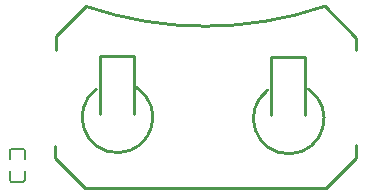
<source format=gbo>
G04*
G04 #@! TF.GenerationSoftware,Altium Limited,Altium Designer,23.5.1 (21)*
G04*
G04 Layer_Color=32896*
%FSLAX25Y25*%
%MOIN*%
G70*
G04*
G04 #@! TF.SameCoordinates,F3818A2F-99DD-4422-A772-264FF04CB145*
G04*
G04*
G04 #@! TF.FilePolarity,Positive*
G04*
G01*
G75*
%ADD54C,0.01000*%
%ADD55C,0.00600*%
%ADD67C,0.00598*%
D54*
X135697Y140736D02*
G03*
X215197Y140736I39750J116343D01*
G01*
X139141Y113155D02*
G03*
X152611Y113603I7056J-9419D01*
G01*
X196231Y112786D02*
G03*
X209700Y113234I7056J-9419D01*
G01*
X197286Y104367D02*
Y123867D01*
X208786D01*
Y104367D02*
Y123867D01*
X140197Y104736D02*
Y124236D01*
X151697D01*
Y104736D02*
Y124236D01*
X125697Y130736D02*
X135697Y140736D01*
X125697Y126107D02*
Y130736D01*
X225697Y126107D02*
Y130236D01*
X215197Y140736D02*
X225697Y130236D01*
X125197Y90236D02*
Y94236D01*
Y90236D02*
X135197Y80236D01*
X215697D01*
X225697Y90236D01*
Y94366D01*
D55*
X114837Y93354D02*
X115437Y92754D01*
X110835Y93354D02*
X114837D01*
X110236Y92754D02*
X110835Y93354D01*
X110236Y82793D02*
X110835Y82193D01*
X114837D01*
X115437Y82793D01*
D67*
X110236D02*
Y85793D01*
Y89754D02*
Y92754D01*
X115437Y89754D02*
Y92754D01*
Y82793D02*
Y85793D01*
M02*

</source>
